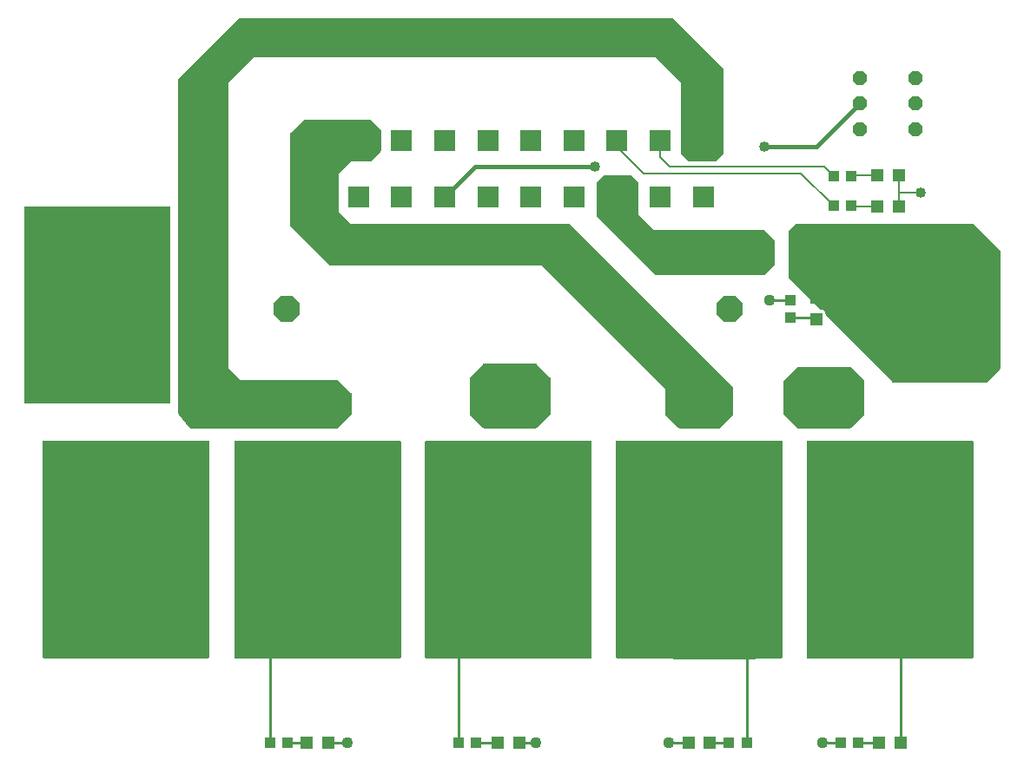
<source format=gbr>
G04 EAGLE Gerber RS-274X export*
G75*
%MOMM*%
%FSLAX34Y34*%
%LPD*%
%INTop Copper*%
%IPPOS*%
%AMOC8*
5,1,8,0,0,1.08239X$1,22.5*%
G01*
%ADD10P,2.749271X8X202.500000*%
%ADD11R,1.200000X1.200000*%
%ADD12R,1.000000X1.100000*%
%ADD13R,1.100000X1.000000*%
%ADD14R,3.150000X1.700000*%
%ADD15R,1.700000X3.150000*%
%ADD16C,8.000000*%
%ADD17R,2.100000X2.100000*%
%ADD18P,1.525737X8X112.500000*%
%ADD19C,0.152400*%
%ADD20C,0.254000*%
%ADD21C,1.108000*%
%ADD22C,1.016000*%
%ADD23C,1.422400*%
%ADD24C,0.457200*%

G36*
X333225Y373041D02*
X333225Y373041D01*
X333352Y373048D01*
X333398Y373061D01*
X333445Y373066D01*
X333565Y373109D01*
X333687Y373144D01*
X333728Y373168D01*
X333773Y373184D01*
X333880Y373253D01*
X333991Y373314D01*
X334036Y373353D01*
X334066Y373372D01*
X334100Y373407D01*
X334177Y373473D01*
X346877Y386173D01*
X346956Y386272D01*
X347040Y386366D01*
X347064Y386408D01*
X347094Y386446D01*
X347148Y386560D01*
X347209Y386671D01*
X347222Y386717D01*
X347243Y386761D01*
X347269Y386884D01*
X347304Y387006D01*
X347309Y387067D01*
X347316Y387102D01*
X347315Y387150D01*
X347323Y387250D01*
X347323Y406300D01*
X347309Y406426D01*
X347302Y406552D01*
X347289Y406598D01*
X347283Y406646D01*
X347241Y406765D01*
X347206Y406887D01*
X347182Y406929D01*
X347166Y406974D01*
X347097Y407081D01*
X347036Y407191D01*
X346996Y407237D01*
X346977Y407267D01*
X346942Y407301D01*
X346877Y407377D01*
X334177Y420077D01*
X334078Y420156D01*
X333984Y420240D01*
X333942Y420264D01*
X333904Y420294D01*
X333790Y420348D01*
X333679Y420409D01*
X333633Y420422D01*
X333589Y420443D01*
X333466Y420469D01*
X333344Y420504D01*
X333283Y420509D01*
X333248Y420516D01*
X333200Y420515D01*
X333100Y420523D01*
X241423Y420523D01*
X238767Y420604D01*
X226823Y432339D01*
X226823Y710469D01*
X251331Y734977D01*
X643769Y734977D01*
X668277Y710469D01*
X668277Y641250D01*
X668291Y641124D01*
X668298Y640998D01*
X668311Y640952D01*
X668317Y640904D01*
X668359Y640785D01*
X668394Y640663D01*
X668418Y640621D01*
X668434Y640576D01*
X668503Y640469D01*
X668564Y640359D01*
X668604Y640313D01*
X668623Y640283D01*
X668658Y640249D01*
X668723Y640173D01*
X675073Y633823D01*
X675172Y633744D01*
X675266Y633660D01*
X675308Y633636D01*
X675346Y633606D01*
X675460Y633552D01*
X675571Y633491D01*
X675617Y633478D01*
X675661Y633457D01*
X675784Y633431D01*
X675906Y633396D01*
X675967Y633392D01*
X676002Y633384D01*
X676050Y633385D01*
X676150Y633377D01*
X701550Y633377D01*
X701676Y633391D01*
X701802Y633398D01*
X701848Y633411D01*
X701896Y633417D01*
X702015Y633459D01*
X702137Y633494D01*
X702179Y633518D01*
X702224Y633534D01*
X702331Y633603D01*
X702441Y633664D01*
X702487Y633704D01*
X702517Y633723D01*
X702551Y633758D01*
X702627Y633823D01*
X708977Y640173D01*
X709056Y640272D01*
X709140Y640366D01*
X709164Y640408D01*
X709194Y640446D01*
X709248Y640560D01*
X709309Y640671D01*
X709322Y640717D01*
X709343Y640761D01*
X709369Y640884D01*
X709404Y641006D01*
X709409Y641067D01*
X709416Y641102D01*
X709415Y641150D01*
X709423Y641250D01*
X709423Y723800D01*
X709409Y723926D01*
X709402Y724052D01*
X709389Y724098D01*
X709383Y724146D01*
X709341Y724265D01*
X709306Y724387D01*
X709282Y724429D01*
X709266Y724474D01*
X709197Y724581D01*
X709136Y724691D01*
X709096Y724737D01*
X709077Y724767D01*
X709042Y724801D01*
X708977Y724877D01*
X660877Y772977D01*
X660778Y773056D01*
X660684Y773140D01*
X660642Y773164D01*
X660604Y773194D01*
X660490Y773248D01*
X660379Y773309D01*
X660333Y773322D01*
X660289Y773343D01*
X660166Y773369D01*
X660044Y773404D01*
X659983Y773409D01*
X659948Y773416D01*
X659900Y773415D01*
X659800Y773423D01*
X238000Y773423D01*
X237874Y773409D01*
X237748Y773402D01*
X237702Y773389D01*
X237654Y773383D01*
X237535Y773341D01*
X237413Y773306D01*
X237371Y773282D01*
X237326Y773266D01*
X237219Y773197D01*
X237109Y773136D01*
X237063Y773096D01*
X237033Y773077D01*
X236999Y773042D01*
X236923Y772977D01*
X178823Y714877D01*
X178744Y714778D01*
X178660Y714684D01*
X178636Y714642D01*
X178606Y714604D01*
X178552Y714490D01*
X178491Y714379D01*
X178478Y714333D01*
X178457Y714289D01*
X178431Y714166D01*
X178396Y714044D01*
X178392Y713983D01*
X178384Y713948D01*
X178385Y713900D01*
X178377Y713800D01*
X178377Y387250D01*
X178384Y387189D01*
X178382Y387128D01*
X178404Y387017D01*
X178417Y386904D01*
X178437Y386846D01*
X178449Y386786D01*
X178496Y386683D01*
X178534Y386576D01*
X178567Y386524D01*
X178592Y386469D01*
X178708Y386307D01*
X178723Y386283D01*
X178728Y386278D01*
X178734Y386269D01*
X189334Y373669D01*
X189347Y373658D01*
X189356Y373644D01*
X189473Y373538D01*
X189588Y373430D01*
X189602Y373422D01*
X189615Y373410D01*
X189752Y373334D01*
X189889Y373255D01*
X189905Y373250D01*
X189920Y373242D01*
X190071Y373199D01*
X190222Y373152D01*
X190239Y373151D01*
X190255Y373147D01*
X190499Y373127D01*
X333099Y373027D01*
X333225Y373041D01*
G37*
G36*
X716200Y148032D02*
X716200Y148032D01*
X716218Y148031D01*
X766018Y148731D01*
X766127Y148746D01*
X766237Y148753D01*
X766284Y148768D01*
X766333Y148775D01*
X766435Y148817D01*
X766539Y148851D01*
X766581Y148877D01*
X766627Y148896D01*
X766715Y148962D01*
X766808Y149021D01*
X766842Y149057D01*
X766882Y149087D01*
X766951Y149173D01*
X767026Y149253D01*
X767050Y149296D01*
X767081Y149335D01*
X767126Y149435D01*
X767180Y149531D01*
X767192Y149579D01*
X767212Y149624D01*
X767231Y149733D01*
X767259Y149839D01*
X767264Y149916D01*
X767268Y149937D01*
X767266Y149955D01*
X767269Y150000D01*
X767269Y360000D01*
X767254Y360118D01*
X767247Y360237D01*
X767234Y360275D01*
X767229Y360316D01*
X767186Y360426D01*
X767149Y360539D01*
X767127Y360574D01*
X767112Y360611D01*
X767043Y360707D01*
X766979Y360808D01*
X766949Y360836D01*
X766926Y360869D01*
X766834Y360945D01*
X766747Y361026D01*
X766712Y361046D01*
X766681Y361071D01*
X766573Y361122D01*
X766469Y361180D01*
X766429Y361190D01*
X766393Y361207D01*
X766276Y361229D01*
X766161Y361259D01*
X766101Y361263D01*
X766081Y361267D01*
X766060Y361265D01*
X766000Y361269D01*
X606000Y361269D01*
X605882Y361254D01*
X605763Y361247D01*
X605725Y361234D01*
X605684Y361229D01*
X605574Y361186D01*
X605461Y361149D01*
X605426Y361127D01*
X605389Y361112D01*
X605293Y361043D01*
X605192Y360979D01*
X605164Y360949D01*
X605131Y360926D01*
X605056Y360834D01*
X604974Y360747D01*
X604954Y360712D01*
X604929Y360681D01*
X604878Y360573D01*
X604820Y360469D01*
X604810Y360429D01*
X604793Y360393D01*
X604771Y360276D01*
X604741Y360161D01*
X604737Y360101D01*
X604733Y360081D01*
X604734Y360077D01*
X604733Y360076D01*
X604734Y360058D01*
X604731Y360000D01*
X604731Y150000D01*
X604745Y149886D01*
X604752Y149771D01*
X604765Y149729D01*
X604771Y149684D01*
X604813Y149578D01*
X604848Y149468D01*
X604871Y149430D01*
X604888Y149389D01*
X604955Y149296D01*
X605016Y149198D01*
X605048Y149168D01*
X605074Y149131D01*
X605163Y149058D01*
X605246Y148979D01*
X605285Y148957D01*
X605319Y148929D01*
X605424Y148880D01*
X605524Y148823D01*
X605567Y148812D01*
X605607Y148793D01*
X605720Y148772D01*
X605831Y148742D01*
X605899Y148737D01*
X605920Y148733D01*
X605939Y148735D01*
X605992Y148731D01*
X716192Y148031D01*
X716200Y148032D01*
G37*
G36*
X207318Y148746D02*
X207318Y148746D01*
X207437Y148753D01*
X207475Y148766D01*
X207516Y148771D01*
X207626Y148814D01*
X207739Y148851D01*
X207774Y148873D01*
X207811Y148888D01*
X207907Y148958D01*
X208008Y149021D01*
X208036Y149051D01*
X208069Y149074D01*
X208145Y149166D01*
X208226Y149253D01*
X208246Y149288D01*
X208271Y149319D01*
X208322Y149427D01*
X208380Y149531D01*
X208390Y149571D01*
X208407Y149607D01*
X208429Y149724D01*
X208459Y149839D01*
X208463Y149900D01*
X208467Y149920D01*
X208465Y149940D01*
X208469Y150000D01*
X208469Y360000D01*
X208454Y360118D01*
X208447Y360237D01*
X208434Y360275D01*
X208429Y360316D01*
X208386Y360426D01*
X208349Y360539D01*
X208327Y360574D01*
X208312Y360611D01*
X208243Y360707D01*
X208179Y360808D01*
X208149Y360836D01*
X208126Y360869D01*
X208034Y360945D01*
X207947Y361026D01*
X207912Y361046D01*
X207881Y361071D01*
X207773Y361122D01*
X207669Y361180D01*
X207629Y361190D01*
X207593Y361207D01*
X207476Y361229D01*
X207361Y361259D01*
X207301Y361263D01*
X207281Y361267D01*
X207260Y361265D01*
X207200Y361269D01*
X47200Y361269D01*
X47082Y361254D01*
X46963Y361247D01*
X46925Y361234D01*
X46884Y361229D01*
X46774Y361186D01*
X46661Y361149D01*
X46626Y361127D01*
X46589Y361112D01*
X46493Y361043D01*
X46392Y360979D01*
X46364Y360949D01*
X46331Y360926D01*
X46256Y360834D01*
X46174Y360747D01*
X46154Y360712D01*
X46129Y360681D01*
X46078Y360573D01*
X46020Y360469D01*
X46010Y360429D01*
X45993Y360393D01*
X45971Y360276D01*
X45941Y360161D01*
X45937Y360101D01*
X45933Y360081D01*
X45935Y360060D01*
X45931Y360000D01*
X45931Y150000D01*
X45946Y149882D01*
X45953Y149763D01*
X45966Y149725D01*
X45971Y149684D01*
X46014Y149574D01*
X46051Y149461D01*
X46073Y149426D01*
X46088Y149389D01*
X46158Y149293D01*
X46221Y149192D01*
X46251Y149164D01*
X46274Y149131D01*
X46366Y149056D01*
X46453Y148974D01*
X46488Y148954D01*
X46519Y148929D01*
X46627Y148878D01*
X46731Y148820D01*
X46771Y148810D01*
X46807Y148793D01*
X46924Y148771D01*
X47039Y148741D01*
X47100Y148737D01*
X47120Y148733D01*
X47140Y148735D01*
X47200Y148731D01*
X207200Y148731D01*
X207318Y148746D01*
G37*
G36*
X952118Y148746D02*
X952118Y148746D01*
X952237Y148753D01*
X952275Y148766D01*
X952316Y148771D01*
X952426Y148814D01*
X952539Y148851D01*
X952574Y148873D01*
X952611Y148888D01*
X952707Y148958D01*
X952808Y149021D01*
X952836Y149051D01*
X952869Y149074D01*
X952945Y149166D01*
X953026Y149253D01*
X953046Y149288D01*
X953071Y149319D01*
X953122Y149427D01*
X953180Y149531D01*
X953190Y149571D01*
X953207Y149607D01*
X953229Y149724D01*
X953259Y149839D01*
X953263Y149900D01*
X953267Y149920D01*
X953265Y149940D01*
X953269Y150000D01*
X953269Y360000D01*
X953254Y360118D01*
X953247Y360237D01*
X953234Y360275D01*
X953229Y360316D01*
X953186Y360426D01*
X953149Y360539D01*
X953127Y360574D01*
X953112Y360611D01*
X953043Y360707D01*
X952979Y360808D01*
X952949Y360836D01*
X952926Y360869D01*
X952834Y360945D01*
X952747Y361026D01*
X952712Y361046D01*
X952681Y361071D01*
X952573Y361122D01*
X952469Y361180D01*
X952429Y361190D01*
X952393Y361207D01*
X952276Y361229D01*
X952161Y361259D01*
X952101Y361263D01*
X952081Y361267D01*
X952060Y361265D01*
X952000Y361269D01*
X792000Y361269D01*
X791882Y361254D01*
X791763Y361247D01*
X791725Y361234D01*
X791684Y361229D01*
X791574Y361186D01*
X791461Y361149D01*
X791426Y361127D01*
X791389Y361112D01*
X791293Y361043D01*
X791192Y360979D01*
X791164Y360949D01*
X791131Y360926D01*
X791056Y360834D01*
X790974Y360747D01*
X790954Y360712D01*
X790929Y360681D01*
X790878Y360573D01*
X790820Y360469D01*
X790810Y360429D01*
X790793Y360393D01*
X790771Y360276D01*
X790741Y360161D01*
X790737Y360101D01*
X790733Y360081D01*
X790735Y360060D01*
X790731Y360000D01*
X790731Y150000D01*
X790746Y149882D01*
X790753Y149763D01*
X790766Y149725D01*
X790771Y149684D01*
X790814Y149574D01*
X790851Y149461D01*
X790873Y149426D01*
X790888Y149389D01*
X790958Y149293D01*
X791021Y149192D01*
X791051Y149164D01*
X791074Y149131D01*
X791166Y149056D01*
X791253Y148974D01*
X791288Y148954D01*
X791319Y148929D01*
X791427Y148878D01*
X791531Y148820D01*
X791571Y148810D01*
X791607Y148793D01*
X791724Y148771D01*
X791839Y148741D01*
X791900Y148737D01*
X791920Y148733D01*
X791940Y148735D01*
X792000Y148731D01*
X952000Y148731D01*
X952118Y148746D01*
G37*
G36*
X580118Y148746D02*
X580118Y148746D01*
X580237Y148753D01*
X580275Y148766D01*
X580316Y148771D01*
X580426Y148814D01*
X580539Y148851D01*
X580574Y148873D01*
X580611Y148888D01*
X580707Y148958D01*
X580808Y149021D01*
X580836Y149051D01*
X580869Y149074D01*
X580945Y149166D01*
X581026Y149253D01*
X581046Y149288D01*
X581071Y149319D01*
X581122Y149427D01*
X581180Y149531D01*
X581190Y149571D01*
X581207Y149607D01*
X581229Y149724D01*
X581259Y149839D01*
X581263Y149900D01*
X581267Y149920D01*
X581265Y149940D01*
X581269Y150000D01*
X581269Y360000D01*
X581254Y360118D01*
X581247Y360237D01*
X581234Y360275D01*
X581229Y360316D01*
X581186Y360426D01*
X581149Y360539D01*
X581127Y360574D01*
X581112Y360611D01*
X581043Y360707D01*
X580979Y360808D01*
X580949Y360836D01*
X580926Y360869D01*
X580834Y360945D01*
X580747Y361026D01*
X580712Y361046D01*
X580681Y361071D01*
X580573Y361122D01*
X580469Y361180D01*
X580429Y361190D01*
X580393Y361207D01*
X580276Y361229D01*
X580161Y361259D01*
X580101Y361263D01*
X580081Y361267D01*
X580060Y361265D01*
X580000Y361269D01*
X420000Y361269D01*
X419882Y361254D01*
X419763Y361247D01*
X419725Y361234D01*
X419684Y361229D01*
X419574Y361186D01*
X419461Y361149D01*
X419426Y361127D01*
X419389Y361112D01*
X419293Y361043D01*
X419192Y360979D01*
X419164Y360949D01*
X419131Y360926D01*
X419056Y360834D01*
X418974Y360747D01*
X418954Y360712D01*
X418929Y360681D01*
X418878Y360573D01*
X418820Y360469D01*
X418810Y360429D01*
X418793Y360393D01*
X418771Y360276D01*
X418741Y360161D01*
X418737Y360101D01*
X418733Y360081D01*
X418735Y360060D01*
X418731Y360000D01*
X418731Y150000D01*
X418746Y149882D01*
X418753Y149763D01*
X418766Y149725D01*
X418771Y149684D01*
X418814Y149574D01*
X418851Y149461D01*
X418873Y149426D01*
X418888Y149389D01*
X418958Y149293D01*
X419021Y149192D01*
X419051Y149164D01*
X419074Y149131D01*
X419166Y149056D01*
X419253Y148974D01*
X419288Y148954D01*
X419319Y148929D01*
X419427Y148878D01*
X419531Y148820D01*
X419571Y148810D01*
X419607Y148793D01*
X419724Y148771D01*
X419839Y148741D01*
X419900Y148737D01*
X419920Y148733D01*
X419940Y148735D01*
X420000Y148731D01*
X580000Y148731D01*
X580118Y148746D01*
G37*
G36*
X394118Y148746D02*
X394118Y148746D01*
X394237Y148753D01*
X394275Y148766D01*
X394316Y148771D01*
X394426Y148814D01*
X394539Y148851D01*
X394574Y148873D01*
X394611Y148888D01*
X394707Y148958D01*
X394808Y149021D01*
X394836Y149051D01*
X394869Y149074D01*
X394945Y149166D01*
X395026Y149253D01*
X395046Y149288D01*
X395071Y149319D01*
X395122Y149427D01*
X395180Y149531D01*
X395190Y149571D01*
X395207Y149607D01*
X395229Y149724D01*
X395259Y149839D01*
X395263Y149900D01*
X395267Y149920D01*
X395265Y149940D01*
X395269Y150000D01*
X395269Y360000D01*
X395254Y360118D01*
X395247Y360237D01*
X395234Y360275D01*
X395229Y360316D01*
X395186Y360426D01*
X395149Y360539D01*
X395127Y360574D01*
X395112Y360611D01*
X395043Y360707D01*
X394979Y360808D01*
X394949Y360836D01*
X394926Y360869D01*
X394834Y360945D01*
X394747Y361026D01*
X394712Y361046D01*
X394681Y361071D01*
X394573Y361122D01*
X394469Y361180D01*
X394429Y361190D01*
X394393Y361207D01*
X394276Y361229D01*
X394161Y361259D01*
X394101Y361263D01*
X394081Y361267D01*
X394060Y361265D01*
X394000Y361269D01*
X234000Y361269D01*
X233882Y361254D01*
X233763Y361247D01*
X233725Y361234D01*
X233684Y361229D01*
X233574Y361186D01*
X233461Y361149D01*
X233426Y361127D01*
X233389Y361112D01*
X233293Y361043D01*
X233192Y360979D01*
X233164Y360949D01*
X233131Y360926D01*
X233056Y360834D01*
X232974Y360747D01*
X232954Y360712D01*
X232929Y360681D01*
X232878Y360573D01*
X232820Y360469D01*
X232810Y360429D01*
X232793Y360393D01*
X232771Y360276D01*
X232741Y360161D01*
X232737Y360101D01*
X232733Y360081D01*
X232735Y360060D01*
X232731Y360000D01*
X232731Y150000D01*
X232746Y149882D01*
X232753Y149763D01*
X232766Y149725D01*
X232771Y149684D01*
X232814Y149574D01*
X232851Y149461D01*
X232873Y149426D01*
X232888Y149389D01*
X232958Y149293D01*
X233021Y149192D01*
X233051Y149164D01*
X233074Y149131D01*
X233166Y149056D01*
X233253Y148974D01*
X233288Y148954D01*
X233319Y148929D01*
X233427Y148878D01*
X233531Y148820D01*
X233571Y148810D01*
X233607Y148793D01*
X233724Y148771D01*
X233839Y148741D01*
X233900Y148737D01*
X233920Y148733D01*
X233940Y148735D01*
X234000Y148731D01*
X394000Y148731D01*
X394118Y148746D01*
G37*
G36*
X705326Y373141D02*
X705326Y373141D01*
X705452Y373148D01*
X705498Y373161D01*
X705546Y373167D01*
X705665Y373209D01*
X705787Y373244D01*
X705829Y373268D01*
X705874Y373284D01*
X705981Y373353D01*
X706091Y373414D01*
X706137Y373454D01*
X706167Y373473D01*
X706201Y373508D01*
X706277Y373573D01*
X718977Y386273D01*
X719056Y386372D01*
X719140Y386466D01*
X719164Y386508D01*
X719194Y386546D01*
X719248Y386660D01*
X719309Y386771D01*
X719322Y386817D01*
X719343Y386861D01*
X719369Y386984D01*
X719404Y387106D01*
X719409Y387167D01*
X719416Y387202D01*
X719415Y387250D01*
X719423Y387350D01*
X719423Y412400D01*
X719409Y412526D01*
X719402Y412652D01*
X719389Y412698D01*
X719383Y412746D01*
X719341Y412865D01*
X719306Y412987D01*
X719282Y413029D01*
X719266Y413074D01*
X719197Y413181D01*
X719136Y413291D01*
X719096Y413337D01*
X719077Y413367D01*
X719042Y413401D01*
X718977Y413477D01*
X559877Y572577D01*
X559778Y572656D01*
X559684Y572740D01*
X559642Y572764D01*
X559604Y572794D01*
X559490Y572848D01*
X559379Y572909D01*
X559333Y572922D01*
X559289Y572943D01*
X559166Y572969D01*
X559044Y573004D01*
X558983Y573009D01*
X558948Y573016D01*
X558900Y573015D01*
X558800Y573023D01*
X546100Y573023D01*
X546099Y573023D01*
X346581Y572924D01*
X334773Y584731D01*
X334773Y621569D01*
X346581Y633377D01*
X365000Y633377D01*
X365126Y633391D01*
X365252Y633398D01*
X365298Y633411D01*
X365346Y633417D01*
X365465Y633459D01*
X365587Y633494D01*
X365629Y633518D01*
X365674Y633534D01*
X365781Y633603D01*
X365891Y633664D01*
X365937Y633704D01*
X365967Y633723D01*
X366001Y633758D01*
X366077Y633823D01*
X375602Y643348D01*
X375681Y643447D01*
X375765Y643541D01*
X375789Y643583D01*
X375819Y643621D01*
X375873Y643735D01*
X375934Y643846D01*
X375947Y643892D01*
X375968Y643936D01*
X375994Y644059D01*
X376029Y644181D01*
X376034Y644242D01*
X376041Y644277D01*
X376040Y644325D01*
X376048Y644425D01*
X376048Y663475D01*
X376034Y663601D01*
X376027Y663727D01*
X376014Y663773D01*
X376008Y663821D01*
X375966Y663940D01*
X375931Y664062D01*
X375907Y664104D01*
X375891Y664149D01*
X375822Y664256D01*
X375761Y664366D01*
X375721Y664412D01*
X375702Y664442D01*
X375667Y664476D01*
X375602Y664552D01*
X366077Y674077D01*
X365978Y674156D01*
X365884Y674240D01*
X365842Y674264D01*
X365804Y674294D01*
X365690Y674348D01*
X365579Y674409D01*
X365533Y674422D01*
X365489Y674443D01*
X365366Y674469D01*
X365244Y674504D01*
X365183Y674509D01*
X365148Y674516D01*
X365100Y674515D01*
X365000Y674523D01*
X301500Y674523D01*
X301374Y674509D01*
X301248Y674502D01*
X301202Y674489D01*
X301154Y674483D01*
X301035Y674441D01*
X300913Y674406D01*
X300871Y674382D01*
X300826Y674366D01*
X300719Y674297D01*
X300609Y674236D01*
X300563Y674196D01*
X300533Y674177D01*
X300499Y674142D01*
X300423Y674077D01*
X287723Y661377D01*
X287644Y661278D01*
X287560Y661184D01*
X287536Y661142D01*
X287506Y661104D01*
X287452Y660990D01*
X287391Y660879D01*
X287378Y660833D01*
X287357Y660789D01*
X287331Y660666D01*
X287296Y660544D01*
X287292Y660483D01*
X287284Y660448D01*
X287285Y660400D01*
X287277Y660300D01*
X287277Y571400D01*
X287291Y571274D01*
X287298Y571148D01*
X287311Y571102D01*
X287317Y571054D01*
X287359Y570935D01*
X287394Y570813D01*
X287418Y570771D01*
X287434Y570726D01*
X287503Y570619D01*
X287564Y570509D01*
X287604Y570463D01*
X287623Y570433D01*
X287658Y570399D01*
X287723Y570323D01*
X325823Y532223D01*
X325922Y532144D01*
X326016Y532059D01*
X326058Y532036D01*
X326096Y532006D01*
X326210Y531952D01*
X326322Y531891D01*
X326368Y531878D01*
X326411Y531857D01*
X326535Y531831D01*
X326657Y531796D01*
X326717Y531791D01*
X326752Y531784D01*
X326800Y531785D01*
X326901Y531777D01*
X520701Y531877D01*
X532769Y531877D01*
X652877Y411769D01*
X652877Y387350D01*
X652891Y387224D01*
X652898Y387098D01*
X652911Y387052D01*
X652917Y387004D01*
X652959Y386885D01*
X652994Y386763D01*
X653018Y386721D01*
X653034Y386676D01*
X653103Y386569D01*
X653164Y386459D01*
X653204Y386413D01*
X653223Y386383D01*
X653258Y386349D01*
X653323Y386273D01*
X666023Y373573D01*
X666122Y373494D01*
X666216Y373410D01*
X666258Y373386D01*
X666296Y373356D01*
X666410Y373302D01*
X666521Y373241D01*
X666567Y373228D01*
X666611Y373207D01*
X666734Y373181D01*
X666856Y373146D01*
X666917Y373142D01*
X666952Y373134D01*
X667000Y373135D01*
X667100Y373127D01*
X705200Y373127D01*
X705326Y373141D01*
G37*
G36*
X169618Y397346D02*
X169618Y397346D01*
X169737Y397353D01*
X169775Y397366D01*
X169816Y397371D01*
X169926Y397414D01*
X170039Y397451D01*
X170074Y397473D01*
X170111Y397488D01*
X170207Y397558D01*
X170308Y397621D01*
X170336Y397651D01*
X170369Y397674D01*
X170445Y397766D01*
X170526Y397853D01*
X170546Y397888D01*
X170571Y397919D01*
X170622Y398027D01*
X170680Y398131D01*
X170690Y398171D01*
X170707Y398207D01*
X170729Y398324D01*
X170759Y398439D01*
X170763Y398500D01*
X170767Y398520D01*
X170765Y398540D01*
X170769Y398600D01*
X170769Y588600D01*
X170754Y588718D01*
X170747Y588837D01*
X170734Y588875D01*
X170729Y588916D01*
X170686Y589026D01*
X170649Y589139D01*
X170627Y589174D01*
X170612Y589211D01*
X170543Y589307D01*
X170479Y589408D01*
X170449Y589436D01*
X170426Y589469D01*
X170334Y589545D01*
X170247Y589626D01*
X170212Y589646D01*
X170181Y589671D01*
X170073Y589722D01*
X169969Y589780D01*
X169929Y589790D01*
X169893Y589807D01*
X169776Y589829D01*
X169661Y589859D01*
X169601Y589863D01*
X169581Y589867D01*
X169560Y589865D01*
X169500Y589869D01*
X29500Y589869D01*
X29382Y589854D01*
X29263Y589847D01*
X29225Y589834D01*
X29184Y589829D01*
X29074Y589786D01*
X28961Y589749D01*
X28926Y589727D01*
X28889Y589712D01*
X28793Y589643D01*
X28692Y589579D01*
X28664Y589549D01*
X28631Y589526D01*
X28556Y589434D01*
X28474Y589347D01*
X28454Y589312D01*
X28429Y589281D01*
X28378Y589173D01*
X28320Y589069D01*
X28310Y589029D01*
X28293Y588993D01*
X28271Y588876D01*
X28241Y588761D01*
X28237Y588701D01*
X28233Y588681D01*
X28235Y588660D01*
X28231Y588600D01*
X28231Y398600D01*
X28246Y398482D01*
X28253Y398363D01*
X28266Y398325D01*
X28271Y398284D01*
X28314Y398174D01*
X28351Y398061D01*
X28373Y398026D01*
X28388Y397989D01*
X28458Y397893D01*
X28521Y397792D01*
X28551Y397764D01*
X28574Y397731D01*
X28666Y397656D01*
X28753Y397574D01*
X28788Y397554D01*
X28819Y397529D01*
X28927Y397478D01*
X29031Y397420D01*
X29071Y397410D01*
X29107Y397393D01*
X29224Y397371D01*
X29339Y397341D01*
X29400Y397337D01*
X29420Y397333D01*
X29440Y397335D01*
X29500Y397331D01*
X169500Y397331D01*
X169618Y397346D01*
G37*
G36*
X965326Y417591D02*
X965326Y417591D01*
X965452Y417598D01*
X965498Y417611D01*
X965546Y417617D01*
X965665Y417659D01*
X965787Y417694D01*
X965829Y417718D01*
X965874Y417734D01*
X965981Y417803D01*
X966091Y417864D01*
X966137Y417904D01*
X966167Y417923D01*
X966201Y417958D01*
X966277Y418023D01*
X978977Y430723D01*
X979056Y430822D01*
X979140Y430916D01*
X979164Y430958D01*
X979194Y430996D01*
X979248Y431110D01*
X979309Y431221D01*
X979322Y431267D01*
X979343Y431311D01*
X979369Y431434D01*
X979404Y431556D01*
X979409Y431617D01*
X979416Y431652D01*
X979415Y431700D01*
X979423Y431800D01*
X979423Y546100D01*
X979409Y546226D01*
X979402Y546352D01*
X979389Y546398D01*
X979383Y546446D01*
X979341Y546565D01*
X979306Y546687D01*
X979282Y546729D01*
X979266Y546774D01*
X979197Y546881D01*
X979136Y546991D01*
X979096Y547037D01*
X979077Y547067D01*
X979042Y547101D01*
X978977Y547177D01*
X953577Y572577D01*
X953478Y572656D01*
X953384Y572740D01*
X953342Y572764D01*
X953304Y572794D01*
X953190Y572848D01*
X953079Y572909D01*
X953033Y572922D01*
X952989Y572943D01*
X952866Y572969D01*
X952744Y573004D01*
X952683Y573009D01*
X952648Y573016D01*
X952600Y573015D01*
X952500Y573023D01*
X781050Y573023D01*
X780924Y573009D01*
X780798Y573002D01*
X780752Y572989D01*
X780704Y572983D01*
X780585Y572941D01*
X780463Y572906D01*
X780421Y572882D01*
X780376Y572866D01*
X780269Y572797D01*
X780159Y572736D01*
X780113Y572696D01*
X780083Y572677D01*
X780049Y572642D01*
X779973Y572577D01*
X773623Y566227D01*
X773544Y566128D01*
X773460Y566034D01*
X773436Y565992D01*
X773406Y565954D01*
X773352Y565840D01*
X773291Y565729D01*
X773278Y565683D01*
X773257Y565639D01*
X773231Y565516D01*
X773196Y565394D01*
X773192Y565333D01*
X773184Y565298D01*
X773185Y565250D01*
X773177Y565150D01*
X773177Y520700D01*
X773191Y520574D01*
X773198Y520448D01*
X773211Y520402D01*
X773217Y520354D01*
X773259Y520235D01*
X773294Y520113D01*
X773318Y520071D01*
X773334Y520026D01*
X773403Y519919D01*
X773464Y519809D01*
X773504Y519763D01*
X773523Y519733D01*
X773558Y519699D01*
X773623Y519623D01*
X804251Y488995D01*
X804350Y488916D01*
X804444Y488832D01*
X804486Y488808D01*
X804524Y488778D01*
X804638Y488724D01*
X804749Y488663D01*
X804795Y488650D01*
X804839Y488629D01*
X804962Y488603D01*
X805084Y488568D01*
X805145Y488563D01*
X805180Y488556D01*
X805228Y488557D01*
X805328Y488549D01*
X807363Y488549D01*
X809149Y486763D01*
X809149Y484728D01*
X809163Y484602D01*
X809170Y484476D01*
X809183Y484430D01*
X809189Y484382D01*
X809231Y484263D01*
X809266Y484141D01*
X809290Y484099D01*
X809306Y484054D01*
X809375Y483947D01*
X809436Y483837D01*
X809476Y483791D01*
X809495Y483761D01*
X809530Y483727D01*
X809595Y483651D01*
X875223Y418023D01*
X875322Y417944D01*
X875416Y417860D01*
X875458Y417836D01*
X875496Y417806D01*
X875610Y417752D01*
X875721Y417691D01*
X875767Y417678D01*
X875811Y417657D01*
X875934Y417631D01*
X876056Y417596D01*
X876117Y417592D01*
X876152Y417584D01*
X876200Y417585D01*
X876300Y417577D01*
X965200Y417577D01*
X965326Y417591D01*
G37*
G36*
X749398Y522618D02*
X749398Y522618D01*
X749497Y522621D01*
X749555Y522638D01*
X749616Y522646D01*
X749708Y522682D01*
X749803Y522710D01*
X749855Y522740D01*
X749911Y522763D01*
X749991Y522821D01*
X750077Y522871D01*
X750152Y522937D01*
X750169Y522949D01*
X750176Y522959D01*
X750198Y522978D01*
X759723Y532503D01*
X759783Y532581D01*
X759851Y532653D01*
X759880Y532706D01*
X759917Y532754D01*
X759957Y532845D01*
X760005Y532931D01*
X760020Y532990D01*
X760044Y533046D01*
X760059Y533144D01*
X760084Y533239D01*
X760090Y533339D01*
X760094Y533360D01*
X760092Y533372D01*
X760094Y533400D01*
X760094Y555625D01*
X760082Y555723D01*
X760079Y555822D01*
X760062Y555880D01*
X760054Y555941D01*
X760018Y556033D01*
X759990Y556128D01*
X759960Y556180D01*
X759937Y556236D01*
X759879Y556316D01*
X759829Y556402D01*
X759763Y556477D01*
X759751Y556494D01*
X759741Y556501D01*
X759723Y556523D01*
X750198Y566048D01*
X750119Y566108D01*
X750047Y566176D01*
X749994Y566205D01*
X749946Y566242D01*
X749855Y566282D01*
X749769Y566330D01*
X749710Y566345D01*
X749654Y566369D01*
X749556Y566384D01*
X749461Y566409D01*
X749361Y566415D01*
X749340Y566419D01*
X749328Y566417D01*
X749300Y566419D01*
X641876Y566419D01*
X626619Y581676D01*
X626619Y612675D01*
X626607Y612773D01*
X626604Y612872D01*
X626587Y612930D01*
X626579Y612991D01*
X626543Y613083D01*
X626515Y613178D01*
X626485Y613230D01*
X626462Y613286D01*
X626404Y613366D01*
X626354Y613452D01*
X626288Y613527D01*
X626276Y613544D01*
X626266Y613551D01*
X626248Y613573D01*
X619898Y619923D01*
X619819Y619983D01*
X619747Y620051D01*
X619694Y620080D01*
X619646Y620117D01*
X619555Y620157D01*
X619469Y620205D01*
X619410Y620220D01*
X619354Y620244D01*
X619256Y620259D01*
X619161Y620284D01*
X619061Y620290D01*
X619040Y620294D01*
X619028Y620292D01*
X619000Y620294D01*
X593600Y620294D01*
X593502Y620282D01*
X593403Y620279D01*
X593345Y620262D01*
X593284Y620254D01*
X593192Y620218D01*
X593097Y620190D01*
X593045Y620160D01*
X592989Y620137D01*
X592909Y620079D01*
X592823Y620029D01*
X592748Y619963D01*
X592731Y619951D01*
X592724Y619941D01*
X592703Y619923D01*
X586353Y613573D01*
X586292Y613494D01*
X586224Y613422D01*
X586195Y613369D01*
X586158Y613321D01*
X586118Y613230D01*
X586070Y613144D01*
X586055Y613085D01*
X586031Y613029D01*
X586016Y612931D01*
X585991Y612836D01*
X585985Y612736D01*
X585981Y612715D01*
X585983Y612703D01*
X585981Y612675D01*
X585981Y581150D01*
X585993Y581052D01*
X585996Y580953D01*
X586013Y580895D01*
X586021Y580834D01*
X586057Y580742D01*
X586085Y580647D01*
X586115Y580595D01*
X586138Y580539D01*
X586196Y580459D01*
X586246Y580373D01*
X586312Y580298D01*
X586324Y580281D01*
X586334Y580274D01*
X586353Y580253D01*
X643628Y522978D01*
X643706Y522917D01*
X643778Y522849D01*
X643831Y522820D01*
X643879Y522783D01*
X643970Y522743D01*
X644056Y522695D01*
X644115Y522680D01*
X644171Y522656D01*
X644269Y522641D01*
X644364Y522616D01*
X644464Y522610D01*
X644485Y522606D01*
X644497Y522608D01*
X644525Y522606D01*
X749300Y522606D01*
X749398Y522618D01*
G37*
G36*
X527123Y373293D02*
X527123Y373293D01*
X527222Y373296D01*
X527280Y373313D01*
X527341Y373321D01*
X527433Y373357D01*
X527528Y373385D01*
X527580Y373415D01*
X527636Y373438D01*
X527716Y373496D01*
X527802Y373546D01*
X527877Y373612D01*
X527894Y373624D01*
X527901Y373634D01*
X527923Y373653D01*
X540623Y386353D01*
X540683Y386431D01*
X540751Y386503D01*
X540773Y386543D01*
X540789Y386562D01*
X540795Y386575D01*
X540817Y386604D01*
X540857Y386695D01*
X540905Y386781D01*
X540920Y386839D01*
X540924Y386850D01*
X540925Y386852D01*
X540944Y386896D01*
X540959Y386994D01*
X540984Y387089D01*
X540990Y387189D01*
X540994Y387210D01*
X540992Y387222D01*
X540994Y387250D01*
X540994Y422175D01*
X540982Y422273D01*
X540979Y422372D01*
X540962Y422430D01*
X540954Y422491D01*
X540918Y422583D01*
X540890Y422678D01*
X540860Y422730D01*
X540837Y422786D01*
X540779Y422866D01*
X540729Y422952D01*
X540663Y423027D01*
X540651Y423044D01*
X540641Y423051D01*
X540623Y423073D01*
X527923Y435773D01*
X527844Y435833D01*
X527772Y435901D01*
X527719Y435930D01*
X527671Y435967D01*
X527580Y436007D01*
X527494Y436055D01*
X527435Y436070D01*
X527379Y436094D01*
X527281Y436109D01*
X527186Y436134D01*
X527086Y436140D01*
X527065Y436144D01*
X527053Y436142D01*
X527025Y436144D01*
X476225Y436144D01*
X476127Y436132D01*
X476028Y436129D01*
X475970Y436112D01*
X475909Y436104D01*
X475817Y436068D01*
X475722Y436040D01*
X475670Y436010D01*
X475614Y435987D01*
X475534Y435929D01*
X475448Y435879D01*
X475373Y435813D01*
X475356Y435801D01*
X475349Y435791D01*
X475328Y435773D01*
X462628Y423073D01*
X462567Y422994D01*
X462499Y422922D01*
X462470Y422869D01*
X462433Y422821D01*
X462393Y422730D01*
X462345Y422644D01*
X462330Y422585D01*
X462306Y422529D01*
X462291Y422431D01*
X462266Y422336D01*
X462260Y422236D01*
X462256Y422215D01*
X462258Y422203D01*
X462256Y422175D01*
X462256Y387250D01*
X462268Y387152D01*
X462271Y387053D01*
X462288Y386995D01*
X462296Y386934D01*
X462332Y386842D01*
X462360Y386747D01*
X462381Y386711D01*
X462384Y386703D01*
X462393Y386688D01*
X462413Y386639D01*
X462471Y386559D01*
X462521Y386473D01*
X462550Y386441D01*
X462554Y386434D01*
X462563Y386425D01*
X462587Y386398D01*
X462599Y386381D01*
X462609Y386374D01*
X462628Y386353D01*
X475328Y373653D01*
X475406Y373592D01*
X475478Y373524D01*
X475531Y373495D01*
X475579Y373458D01*
X475670Y373418D01*
X475756Y373370D01*
X475815Y373355D01*
X475871Y373331D01*
X475969Y373316D01*
X476064Y373291D01*
X476164Y373285D01*
X476185Y373281D01*
X476197Y373283D01*
X476225Y373281D01*
X527025Y373281D01*
X527123Y373293D01*
G37*
G36*
X833223Y373293D02*
X833223Y373293D01*
X833322Y373296D01*
X833380Y373313D01*
X833441Y373321D01*
X833533Y373357D01*
X833628Y373385D01*
X833680Y373415D01*
X833736Y373438D01*
X833816Y373496D01*
X833902Y373546D01*
X833977Y373612D01*
X833994Y373624D01*
X834001Y373634D01*
X834023Y373653D01*
X846723Y386353D01*
X846783Y386431D01*
X846851Y386503D01*
X846873Y386543D01*
X846889Y386562D01*
X846895Y386575D01*
X846917Y386604D01*
X846957Y386695D01*
X847005Y386781D01*
X847020Y386839D01*
X847024Y386850D01*
X847025Y386852D01*
X847044Y386896D01*
X847059Y386994D01*
X847084Y387089D01*
X847090Y387189D01*
X847094Y387210D01*
X847092Y387222D01*
X847094Y387250D01*
X847094Y419000D01*
X847082Y419098D01*
X847079Y419197D01*
X847062Y419255D01*
X847054Y419316D01*
X847018Y419408D01*
X846990Y419503D01*
X846960Y419555D01*
X846937Y419611D01*
X846879Y419691D01*
X846829Y419777D01*
X846763Y419852D01*
X846751Y419869D01*
X846741Y419876D01*
X846723Y419898D01*
X834023Y432598D01*
X833944Y432658D01*
X833872Y432726D01*
X833819Y432755D01*
X833771Y432792D01*
X833680Y432832D01*
X833594Y432880D01*
X833535Y432895D01*
X833479Y432919D01*
X833381Y432934D01*
X833286Y432959D01*
X833186Y432965D01*
X833165Y432969D01*
X833153Y432967D01*
X833125Y432969D01*
X782325Y432969D01*
X782227Y432957D01*
X782128Y432954D01*
X782070Y432937D01*
X782009Y432929D01*
X781917Y432893D01*
X781822Y432865D01*
X781770Y432835D01*
X781714Y432812D01*
X781634Y432754D01*
X781548Y432704D01*
X781473Y432638D01*
X781456Y432626D01*
X781449Y432616D01*
X781428Y432598D01*
X768728Y419898D01*
X768667Y419819D01*
X768599Y419747D01*
X768570Y419694D01*
X768533Y419646D01*
X768493Y419555D01*
X768445Y419469D01*
X768430Y419410D01*
X768406Y419354D01*
X768391Y419256D01*
X768366Y419161D01*
X768360Y419061D01*
X768358Y419054D01*
X768358Y419053D01*
X768356Y419040D01*
X768358Y419028D01*
X768356Y419000D01*
X768356Y387250D01*
X768368Y387152D01*
X768371Y387053D01*
X768388Y386995D01*
X768396Y386934D01*
X768432Y386842D01*
X768460Y386747D01*
X768481Y386711D01*
X768484Y386703D01*
X768493Y386688D01*
X768513Y386639D01*
X768571Y386559D01*
X768621Y386473D01*
X768650Y386441D01*
X768654Y386434D01*
X768663Y386425D01*
X768687Y386398D01*
X768699Y386381D01*
X768709Y386374D01*
X768728Y386353D01*
X781428Y373653D01*
X781506Y373592D01*
X781578Y373524D01*
X781631Y373495D01*
X781679Y373458D01*
X781770Y373418D01*
X781856Y373370D01*
X781915Y373355D01*
X781971Y373331D01*
X782069Y373316D01*
X782164Y373291D01*
X782264Y373285D01*
X782285Y373281D01*
X782297Y373283D01*
X782325Y373281D01*
X833125Y373281D01*
X833223Y373293D01*
G37*
D10*
X715900Y490000D03*
X284100Y490000D03*
D11*
X324500Y66500D03*
X303500Y66500D03*
X510500Y66500D03*
X489500Y66500D03*
X675500Y66500D03*
X696500Y66500D03*
X800100Y500500D03*
X800100Y479500D03*
X882500Y66500D03*
X861500Y66500D03*
D12*
X284400Y66500D03*
X267400Y66500D03*
X468500Y66500D03*
X451500Y66500D03*
X715200Y66500D03*
X732200Y66500D03*
D13*
X774700Y481500D03*
X774700Y498500D03*
D12*
X840775Y66500D03*
X823775Y66500D03*
D14*
X809300Y396200D03*
X809300Y343800D03*
D15*
X735800Y546100D03*
X788200Y546100D03*
D14*
X686000Y396200D03*
X686000Y343800D03*
X500000Y396200D03*
X500000Y343800D03*
X314000Y396200D03*
X314000Y343800D03*
D11*
X880500Y590000D03*
X859500Y590000D03*
D12*
X834000Y590550D03*
X817000Y590550D03*
D16*
X314000Y230000D03*
X500000Y230000D03*
X686000Y230000D03*
X906650Y490000D03*
X872000Y230000D03*
X93350Y490000D03*
D17*
X312000Y653700D03*
X354000Y653700D03*
X396000Y653700D03*
X438000Y653700D03*
X480000Y653700D03*
X522000Y653700D03*
X564000Y653700D03*
X606000Y653700D03*
X648000Y653700D03*
X690000Y653700D03*
X312000Y598700D03*
X354000Y598700D03*
X396000Y598700D03*
X438000Y598700D03*
X480000Y598700D03*
X522000Y598700D03*
X564000Y598700D03*
X606000Y598700D03*
X648000Y598700D03*
X690000Y598700D03*
D16*
X128000Y230000D03*
D18*
X843000Y665000D03*
X843000Y690000D03*
X843000Y715000D03*
X897000Y715000D03*
X897000Y690000D03*
X897000Y665000D03*
D12*
X834000Y619125D03*
X817000Y619125D03*
D11*
X880500Y620000D03*
X859500Y620000D03*
D19*
X880500Y603250D02*
X880500Y590000D01*
X880500Y603250D02*
X880500Y620000D01*
X880500Y603250D02*
X901700Y603250D01*
D20*
X774700Y498500D02*
X754500Y498500D01*
X754300Y498300D01*
X675500Y66500D02*
X656100Y66500D01*
X510675Y66675D02*
X510500Y66500D01*
X527050Y66500D01*
X342900Y66500D02*
X324500Y66500D01*
X806450Y66500D02*
X823775Y66500D01*
D21*
X806450Y66500D03*
X754300Y498300D03*
X656100Y66500D03*
X527050Y66500D03*
X342900Y66500D03*
D22*
X901700Y603250D03*
D23*
X53575Y352425D03*
X126600Y352425D03*
X199625Y352425D03*
X199625Y313375D03*
X199625Y272100D03*
X199625Y218125D03*
X199625Y157800D03*
X126600Y157800D03*
X53575Y157800D03*
X53575Y218125D03*
X53575Y268925D03*
X53575Y316550D03*
X35400Y581025D03*
X98900Y581025D03*
X159225Y581025D03*
X159225Y536575D03*
X159225Y495300D03*
X159225Y450850D03*
X159225Y406400D03*
X98900Y406400D03*
X35400Y406400D03*
X35400Y447675D03*
X35400Y495300D03*
X35400Y536575D03*
D19*
X606000Y647900D02*
X606000Y653700D01*
X606000Y647900D02*
X631700Y622200D01*
X785350Y622200D01*
X817000Y590550D01*
X648000Y637650D02*
X648000Y653700D01*
X648000Y637650D02*
X657100Y628550D01*
X807575Y628550D01*
X817000Y619125D01*
D23*
X791975Y419100D03*
X807850Y422275D03*
X823725Y419100D03*
X779275Y406400D03*
X836425Y406400D03*
X779275Y390525D03*
X836425Y390525D03*
D20*
X267400Y183400D02*
X267400Y66500D01*
X267400Y183400D02*
X314000Y230000D01*
X451500Y181500D02*
X451500Y66500D01*
X451500Y181500D02*
X500000Y230000D01*
X686000Y230000D02*
X728900Y230000D01*
X732200Y183800D02*
X732200Y66500D01*
X732200Y183800D02*
X686000Y230000D01*
X872000Y230000D02*
X885300Y230000D01*
X872000Y230000D02*
X861500Y219500D01*
X882500Y219500D02*
X882500Y66500D01*
X882500Y219500D02*
X872000Y230000D01*
D23*
X485875Y422275D03*
X517625Y422275D03*
X501750Y425450D03*
X530325Y412750D03*
X473175Y412750D03*
X530325Y396875D03*
X473175Y396875D03*
D20*
X303500Y66500D02*
X284400Y66500D01*
X468500Y66500D02*
X489500Y66500D01*
X696500Y66500D02*
X715200Y66500D01*
X840775Y66500D02*
X861500Y66500D01*
X798100Y481500D02*
X774700Y481500D01*
X798100Y481500D02*
X800100Y479500D01*
D19*
X834550Y590000D02*
X859500Y590000D01*
X834550Y590000D02*
X834000Y590550D01*
D24*
X800700Y647700D02*
X749300Y647700D01*
X800700Y647700D02*
X843000Y690000D01*
X584200Y628650D02*
X467950Y628650D01*
X438000Y598700D01*
D22*
X749300Y647700D03*
X584200Y628650D03*
D19*
X834875Y620000D02*
X859500Y620000D01*
X834875Y620000D02*
X834000Y619125D01*
M02*

</source>
